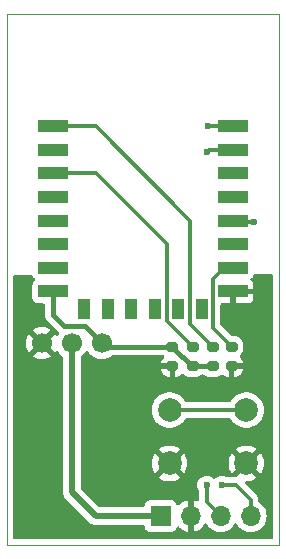
<source format=gbr>
%TF.GenerationSoftware,KiCad,Pcbnew,8.0.6*%
%TF.CreationDate,2024-10-25T11:33:00+01:00*%
%TF.ProjectId,ac-freedom_to-esphome,61632d66-7265-4656-946f-6d5f746f2d65,rev?*%
%TF.SameCoordinates,Original*%
%TF.FileFunction,Copper,L1,Top*%
%TF.FilePolarity,Positive*%
%FSLAX46Y46*%
G04 Gerber Fmt 4.6, Leading zero omitted, Abs format (unit mm)*
G04 Created by KiCad (PCBNEW 8.0.6) date 2024-10-25 11:33:00*
%MOMM*%
%LPD*%
G01*
G04 APERTURE LIST*
G04 Aperture macros list*
%AMRoundRect*
0 Rectangle with rounded corners*
0 $1 Rounding radius*
0 $2 $3 $4 $5 $6 $7 $8 $9 X,Y pos of 4 corners*
0 Add a 4 corners polygon primitive as box body*
4,1,4,$2,$3,$4,$5,$6,$7,$8,$9,$2,$3,0*
0 Add four circle primitives for the rounded corners*
1,1,$1+$1,$2,$3*
1,1,$1+$1,$4,$5*
1,1,$1+$1,$6,$7*
1,1,$1+$1,$8,$9*
0 Add four rect primitives between the rounded corners*
20,1,$1+$1,$2,$3,$4,$5,0*
20,1,$1+$1,$4,$5,$6,$7,0*
20,1,$1+$1,$6,$7,$8,$9,0*
20,1,$1+$1,$8,$9,$2,$3,0*%
G04 Aperture macros list end*
%TA.AperFunction,ComponentPad*%
%ADD10R,1.700000X1.700000*%
%TD*%
%TA.AperFunction,ComponentPad*%
%ADD11O,1.700000X1.700000*%
%TD*%
%TA.AperFunction,ComponentPad*%
%ADD12C,1.700000*%
%TD*%
%TA.AperFunction,SMDPad,CuDef*%
%ADD13RoundRect,0.200000X0.275000X-0.200000X0.275000X0.200000X-0.275000X0.200000X-0.275000X-0.200000X0*%
%TD*%
%TA.AperFunction,SMDPad,CuDef*%
%ADD14R,2.500000X1.000000*%
%TD*%
%TA.AperFunction,SMDPad,CuDef*%
%ADD15R,1.000000X1.800000*%
%TD*%
%TA.AperFunction,SMDPad,CuDef*%
%ADD16RoundRect,0.200000X-0.275000X0.200000X-0.275000X-0.200000X0.275000X-0.200000X0.275000X0.200000X0*%
%TD*%
%TA.AperFunction,ComponentPad*%
%ADD17C,2.000000*%
%TD*%
%TA.AperFunction,ViaPad*%
%ADD18C,0.600000*%
%TD*%
%TA.AperFunction,Conductor*%
%ADD19C,0.400000*%
%TD*%
%TA.AperFunction,Conductor*%
%ADD20C,0.500000*%
%TD*%
%TA.AperFunction,Conductor*%
%ADD21C,0.300000*%
%TD*%
%TA.AperFunction,Profile*%
%ADD22C,0.050000*%
%TD*%
G04 APERTURE END LIST*
D10*
%TO.P,J2,1,Pin_1*%
%TO.N,VDD*%
X13000000Y2500000D03*
D11*
%TO.P,J2,2,Pin_2*%
%TO.N,GND*%
X15540000Y2500000D03*
%TO.P,J2,3,Pin_3*%
%TO.N,/UART_RX*%
X18080000Y2500000D03*
%TO.P,J2,4,Pin_4*%
%TO.N,/UART_TX*%
X20620000Y2500000D03*
%TD*%
D12*
%TO.P,J1,1,Pin_1*%
%TO.N,VCC*%
X8011400Y17120000D03*
%TO.P,J1,2,Pin_2*%
%TO.N,VDD*%
X5471400Y17120000D03*
%TO.P,J1,3,Pin_3*%
%TO.N,GND*%
X2931400Y17120000D03*
%TD*%
D13*
%TO.P,R2,1*%
%TO.N,VCC*%
X15700000Y15175000D03*
%TO.P,R2,2*%
%TO.N,Net-(U1-EN)*%
X15700000Y16825000D03*
%TD*%
D14*
%TO.P,U1,1,~{RST}*%
%TO.N,Net-(U1-~{RST})*%
X3900000Y35500000D03*
%TO.P,U1,2,ADC*%
%TO.N,unconnected-(U1-ADC-Pad2)*%
X3900000Y33500000D03*
%TO.P,U1,3,EN*%
%TO.N,Net-(U1-EN)*%
X3900000Y31500000D03*
%TO.P,U1,4,GPIO16*%
%TO.N,unconnected-(U1-GPIO16-Pad4)*%
X3900000Y29500000D03*
%TO.P,U1,5,GPIO14*%
%TO.N,unconnected-(U1-GPIO14-Pad5)*%
X3900000Y27500000D03*
%TO.P,U1,6,GPIO12*%
%TO.N,unconnected-(U1-GPIO12-Pad6)*%
X3900000Y25500000D03*
%TO.P,U1,7,GPIO13*%
%TO.N,unconnected-(U1-GPIO13-Pad7)*%
X3900000Y23500000D03*
%TO.P,U1,8,VCC*%
%TO.N,VCC*%
X3900000Y21500000D03*
D15*
%TO.P,U1,9,CS0*%
%TO.N,unconnected-(U1-CS0-Pad9)*%
X6500000Y20000000D03*
%TO.P,U1,10,MISO*%
%TO.N,unconnected-(U1-MISO-Pad10)*%
X8500000Y20000000D03*
%TO.P,U1,11,GPIO9*%
%TO.N,unconnected-(U1-GPIO9-Pad11)*%
X10500000Y20000000D03*
%TO.P,U1,12,GPIO10*%
%TO.N,unconnected-(U1-GPIO10-Pad12)*%
X12500000Y20000000D03*
%TO.P,U1,13,MOSI*%
%TO.N,unconnected-(U1-MOSI-Pad13)*%
X14500000Y20000000D03*
%TO.P,U1,14,SCLK*%
%TO.N,unconnected-(U1-SCLK-Pad14)*%
X16500000Y20000000D03*
D14*
%TO.P,U1,15,GND*%
%TO.N,GND*%
X19100000Y21500000D03*
%TO.P,U1,16,GPIO15*%
%TO.N,Net-(U1-GPIO15)*%
X19100000Y23500000D03*
%TO.P,U1,17,GPIO2*%
%TO.N,unconnected-(U1-GPIO2-Pad17)*%
X19100000Y25500000D03*
%TO.P,U1,18,GPIO0*%
%TO.N,Net-(U1-GPIO0)*%
X19100000Y27500000D03*
%TO.P,U1,19,GPIO4*%
%TO.N,unconnected-(U1-GPIO4-Pad19)*%
X19100000Y29500000D03*
%TO.P,U1,20,GPIO5*%
%TO.N,unconnected-(U1-GPIO5-Pad20)*%
X19100000Y31500000D03*
%TO.P,U1,21,GPIO3/RXD*%
%TO.N,/UART_RX*%
X19100000Y33500000D03*
%TO.P,U1,22,GPIO1/TXD*%
%TO.N,/UART_TX*%
X19100000Y35500000D03*
%TD*%
D13*
%TO.P,R1,1*%
%TO.N,VCC*%
X17400000Y15175000D03*
%TO.P,R1,2*%
%TO.N,Net-(U1-~{RST})*%
X17400000Y16825000D03*
%TD*%
D16*
%TO.P,R4,1*%
%TO.N,VCC*%
X14000000Y16825000D03*
%TO.P,R4,2*%
%TO.N,GND*%
X14000000Y15175000D03*
%TD*%
%TO.P,R3,1*%
%TO.N,Net-(U1-GPIO15)*%
X19000000Y16825000D03*
%TO.P,R3,2*%
%TO.N,GND*%
X19000000Y15175000D03*
%TD*%
D17*
%TO.P,SW1,1,1*%
%TO.N,Net-(U1-GPIO0)*%
X13750000Y11450000D03*
X20250000Y11450000D03*
%TO.P,SW1,2,2*%
%TO.N,GND*%
X13750000Y6950000D03*
X20250000Y6950000D03*
%TD*%
D18*
%TO.N,/UART_RX*%
X16900000Y33300000D03*
X16900000Y5100000D03*
%TO.N,/UART_TX*%
X18200000Y5100000D03*
X17000000Y35500000D03*
%TO.N,Net-(U1-GPIO0)*%
X20900000Y27400000D03*
%TD*%
D19*
%TO.N,VCC*%
X13170000Y16820000D02*
X8311400Y16820000D01*
X15650000Y15175000D02*
X14000000Y16825000D01*
X17400000Y15175000D02*
X15700000Y15175000D01*
X13175000Y16825000D02*
X13170000Y16820000D01*
X3900000Y19500000D02*
X3900000Y21500000D01*
X4850000Y18550000D02*
X3900000Y19500000D01*
X6581400Y18550000D02*
X4850000Y18550000D01*
X15700000Y15175000D02*
X15650000Y15175000D01*
X14000000Y16825000D02*
X13175000Y16825000D01*
X8311400Y16820000D02*
X6581400Y18550000D01*
D20*
%TO.N,VDD*%
X5471400Y17011400D02*
X5560000Y17100000D01*
X7500000Y2500000D02*
X5471400Y4528600D01*
X5471400Y4528600D02*
X5471400Y17011400D01*
X13000000Y2500000D02*
X7500000Y2500000D01*
D21*
%TO.N,/UART_RX*%
X16900000Y33300000D02*
X17100000Y33500000D01*
X17100000Y33500000D02*
X19100000Y33500000D01*
X16900000Y3680000D02*
X18080000Y2500000D01*
X16900000Y5100000D02*
X16900000Y3680000D01*
%TO.N,/UART_TX*%
X17000000Y35500000D02*
X19100000Y35500000D01*
X19400000Y5100000D02*
X20620000Y3880000D01*
X18200000Y5100000D02*
X19400000Y5100000D01*
X20620000Y3880000D02*
X20620000Y2500000D01*
%TO.N,Net-(U1-~{RST})*%
X15500000Y27500000D02*
X7500000Y35500000D01*
X7500000Y35500000D02*
X3900000Y35500000D01*
X17400000Y16825000D02*
X15500000Y18725000D01*
X15500000Y18725000D02*
X15500000Y27500000D01*
%TO.N,Net-(U1-EN)*%
X7500000Y31500000D02*
X3900000Y31500000D01*
X15700000Y16825000D02*
X13500000Y19025000D01*
X13500000Y19025000D02*
X13500000Y25500000D01*
X13500000Y25500000D02*
X7500000Y31500000D01*
%TO.N,Net-(U1-GPIO15)*%
X19000000Y16825000D02*
X17400000Y18425000D01*
X18350000Y23500000D02*
X19100000Y23500000D01*
X17400000Y18425000D02*
X17400000Y22550000D01*
X17400000Y22550000D02*
X18350000Y23500000D01*
%TO.N,Net-(U1-GPIO0)*%
X19200000Y27400000D02*
X19100000Y27500000D01*
X20900000Y27400000D02*
X19200000Y27400000D01*
X13750000Y11450000D02*
X20250000Y11450000D01*
%TD*%
%TA.AperFunction,Conductor*%
%TO.N,GND*%
G36*
X22442085Y22977888D02*
G01*
X22488069Y22925283D01*
X22499500Y22873282D01*
X22499500Y624500D01*
X22479815Y557461D01*
X22427011Y511706D01*
X22375500Y500500D01*
X624500Y500500D01*
X557461Y520185D01*
X511706Y572989D01*
X500500Y624500D01*
X500500Y22778713D01*
X520185Y22845752D01*
X572989Y22891507D01*
X623961Y22902712D01*
X2063138Y22908969D01*
X2130262Y22889576D01*
X2176246Y22836971D01*
X2179859Y22828303D01*
X2206202Y22757671D01*
X2206206Y22757664D01*
X2292452Y22642455D01*
X2350145Y22599266D01*
X2392015Y22543332D01*
X2396999Y22473640D01*
X2363513Y22412317D01*
X2350145Y22400734D01*
X2350144Y22400733D01*
X2292454Y22357546D01*
X2292453Y22357544D01*
X2292452Y22357544D01*
X2206206Y22242335D01*
X2206202Y22242328D01*
X2155908Y22107482D01*
X2149501Y22047883D01*
X2149501Y22047876D01*
X2149500Y22047864D01*
X2149500Y20952129D01*
X2149501Y20952123D01*
X2155908Y20892516D01*
X2206202Y20757671D01*
X2206206Y20757664D01*
X2292452Y20642455D01*
X2292455Y20642452D01*
X2407664Y20556206D01*
X2407671Y20556202D01*
X2542517Y20505908D01*
X2542516Y20505908D01*
X2602116Y20499501D01*
X2602119Y20499500D01*
X2602127Y20499500D01*
X3075500Y20499500D01*
X3142539Y20479815D01*
X3188294Y20427011D01*
X3199500Y20375500D01*
X3199500Y19431003D01*
X3199499Y19431003D01*
X3226418Y19295677D01*
X3226421Y19295667D01*
X3279222Y19168192D01*
X3355887Y19053454D01*
X3355888Y19053453D01*
X4353169Y18056173D01*
X4386654Y17994850D01*
X4381670Y17925158D01*
X4367063Y17897369D01*
X4302669Y17805404D01*
X4248092Y17761779D01*
X4178594Y17754585D01*
X4116239Y17786108D01*
X4099519Y17805404D01*
X4046325Y17881373D01*
X3414362Y17249410D01*
X3397325Y17312993D01*
X3331499Y17427007D01*
X3238407Y17520099D01*
X3124393Y17585925D01*
X3060809Y17602962D01*
X3692773Y18234925D01*
X3692773Y18234926D01*
X3608982Y18293598D01*
X3608978Y18293600D01*
X3394892Y18393429D01*
X3394883Y18393433D01*
X3166726Y18454567D01*
X3166715Y18454569D01*
X2931402Y18475157D01*
X2931398Y18475157D01*
X2696084Y18454569D01*
X2696073Y18454567D01*
X2467916Y18393433D01*
X2467907Y18393429D01*
X2253823Y18293600D01*
X2253821Y18293599D01*
X2170026Y18234925D01*
X2170025Y18234925D01*
X2801990Y17602962D01*
X2738407Y17585925D01*
X2624393Y17520099D01*
X2531301Y17427007D01*
X2465475Y17312993D01*
X2448437Y17249409D01*
X1816474Y17881373D01*
X1816473Y17881372D01*
X1757800Y17797578D01*
X1757799Y17797576D01*
X1657970Y17583492D01*
X1657966Y17583483D01*
X1596832Y17355326D01*
X1596830Y17355315D01*
X1576243Y17120001D01*
X1576243Y17119998D01*
X1596830Y16884684D01*
X1596832Y16884673D01*
X1657966Y16656516D01*
X1657970Y16656507D01*
X1757802Y16442417D01*
X1816472Y16358626D01*
X1816473Y16358625D01*
X2448437Y16990589D01*
X2465475Y16927007D01*
X2531301Y16812993D01*
X2624393Y16719901D01*
X2738407Y16654075D01*
X2801990Y16637037D01*
X2170025Y16005073D01*
X2170026Y16005072D01*
X2253817Y15946402D01*
X2467907Y15846570D01*
X2467916Y15846566D01*
X2696073Y15785432D01*
X2696084Y15785430D01*
X2931398Y15764843D01*
X2931402Y15764843D01*
X3166715Y15785430D01*
X3166726Y15785432D01*
X3394883Y15846566D01*
X3394892Y15846570D01*
X3608979Y15946400D01*
X3608983Y15946402D01*
X3692773Y16005072D01*
X3692773Y16005073D01*
X3060810Y16637037D01*
X3124393Y16654075D01*
X3238407Y16719901D01*
X3331499Y16812993D01*
X3397325Y16927007D01*
X3414362Y16990589D01*
X4046325Y16358625D01*
X4099519Y16434594D01*
X4154096Y16478218D01*
X4223595Y16485411D01*
X4285949Y16453889D01*
X4302669Y16434594D01*
X4432905Y16248599D01*
X4432906Y16248597D01*
X4599996Y16081507D01*
X4668025Y16033872D01*
X4711649Y15979294D01*
X4720900Y15932298D01*
X4720900Y4454679D01*
X4720899Y4454679D01*
X4749740Y4309692D01*
X4749742Y4309686D01*
X4806314Y4173108D01*
X4806321Y4173096D01*
X4839212Y4123870D01*
X4888444Y4050188D01*
X4888450Y4050180D01*
X6917049Y2021584D01*
X7021584Y1917049D01*
X7021586Y1917047D01*
X7021588Y1917045D01*
X7144494Y1834922D01*
X7144509Y1834914D01*
X7175277Y1822170D01*
X7281089Y1778340D01*
X7281093Y1778339D01*
X7397243Y1755235D01*
X7397242Y1755234D01*
X7426076Y1749500D01*
X7426082Y1749500D01*
X7426083Y1749500D01*
X7573918Y1749500D01*
X11525501Y1749500D01*
X11592540Y1729815D01*
X11638295Y1677011D01*
X11649501Y1625500D01*
X11649501Y1602123D01*
X11655908Y1542516D01*
X11706202Y1407671D01*
X11706206Y1407664D01*
X11792452Y1292455D01*
X11792455Y1292452D01*
X11907664Y1206206D01*
X11907671Y1206202D01*
X12042517Y1155908D01*
X12042516Y1155908D01*
X12102116Y1149501D01*
X12102119Y1149500D01*
X12102127Y1149500D01*
X12102134Y1149500D01*
X12102135Y1149500D01*
X13897870Y1149500D01*
X13897876Y1149501D01*
X13957483Y1155908D01*
X14092328Y1206202D01*
X14092335Y1206206D01*
X14207544Y1292452D01*
X14207547Y1292455D01*
X14293793Y1407664D01*
X14293797Y1407671D01*
X14343002Y1539598D01*
X14384873Y1595531D01*
X14450337Y1619949D01*
X14518610Y1605098D01*
X14546865Y1583947D01*
X14668921Y1461891D01*
X14862421Y1326399D01*
X15076507Y1226570D01*
X15076513Y1226567D01*
X15289999Y1169364D01*
X15290000Y1169364D01*
X15290000Y2066988D01*
X15347007Y2034075D01*
X15474174Y2000000D01*
X15605826Y2000000D01*
X15732993Y2034075D01*
X15790000Y2066988D01*
X15790000Y1169364D01*
X16003486Y1226567D01*
X16003492Y1226570D01*
X16217578Y1326399D01*
X16411082Y1461894D01*
X16578105Y1628917D01*
X16708119Y1814594D01*
X16762697Y1858219D01*
X16832195Y1865411D01*
X16894550Y1833889D01*
X16911269Y1814594D01*
X17041505Y1628599D01*
X17041506Y1628597D01*
X17208597Y1461506D01*
X17208604Y1461501D01*
X17402165Y1325967D01*
X17402169Y1325965D01*
X17616335Y1226098D01*
X17616344Y1226094D01*
X17844586Y1164938D01*
X17844596Y1164936D01*
X18079999Y1144341D01*
X18080000Y1144341D01*
X18080001Y1144341D01*
X18315403Y1164936D01*
X18315413Y1164938D01*
X18543655Y1226094D01*
X18543659Y1226096D01*
X18543663Y1226097D01*
X18757830Y1325965D01*
X18757834Y1325967D01*
X18951395Y1461501D01*
X18951402Y1461506D01*
X19118493Y1628597D01*
X19118495Y1628599D01*
X19248425Y1814158D01*
X19303002Y1857782D01*
X19372501Y1864975D01*
X19434855Y1833453D01*
X19451575Y1814158D01*
X19581505Y1628599D01*
X19581506Y1628597D01*
X19748597Y1461506D01*
X19748604Y1461501D01*
X19942165Y1325967D01*
X19942169Y1325965D01*
X20156335Y1226098D01*
X20156344Y1226094D01*
X20384586Y1164938D01*
X20384596Y1164936D01*
X20619999Y1144341D01*
X20620000Y1144341D01*
X20620001Y1144341D01*
X20855403Y1164936D01*
X20855413Y1164938D01*
X21083655Y1226094D01*
X21083659Y1226096D01*
X21083663Y1226097D01*
X21297830Y1325965D01*
X21297834Y1325967D01*
X21491395Y1461501D01*
X21491402Y1461506D01*
X21658493Y1628597D01*
X21658495Y1628599D01*
X21794035Y1822170D01*
X21893903Y2036337D01*
X21955063Y2264592D01*
X21975659Y2500000D01*
X21955063Y2735408D01*
X21893903Y2963663D01*
X21794035Y3177829D01*
X21658495Y3371401D01*
X21491401Y3538495D01*
X21323377Y3656147D01*
X21279752Y3710724D01*
X21270500Y3757722D01*
X21270500Y3944071D01*
X21245502Y4069739D01*
X21245501Y4069739D01*
X21245501Y4069744D01*
X21225189Y4118779D01*
X21196466Y4188126D01*
X21125277Y4294669D01*
X20181624Y5238321D01*
X20148141Y5299642D01*
X20153125Y5369333D01*
X20194996Y5425267D01*
X20260461Y5449684D01*
X20269307Y5450000D01*
X20374293Y5450000D01*
X20619493Y5490916D01*
X20854603Y5571630D01*
X20854614Y5571635D01*
X21073229Y5689943D01*
X21120056Y5726389D01*
X21120057Y5726390D01*
X20420235Y6426212D01*
X20462292Y6437482D01*
X20587708Y6509890D01*
X20690110Y6612292D01*
X20762518Y6737708D01*
X20773787Y6779764D01*
X21473434Y6080116D01*
X21573731Y6233630D01*
X21673587Y6461282D01*
X21734612Y6702261D01*
X21734614Y6702270D01*
X21755141Y6949994D01*
X21755141Y6950005D01*
X21734614Y7197729D01*
X21734612Y7197738D01*
X21673587Y7438717D01*
X21573731Y7666369D01*
X21473434Y7819882D01*
X20773787Y7120235D01*
X20762518Y7162292D01*
X20690110Y7287708D01*
X20587708Y7390110D01*
X20462292Y7462518D01*
X20420234Y7473787D01*
X21120056Y8173609D01*
X21073231Y8210055D01*
X21073228Y8210057D01*
X20854614Y8328364D01*
X20854603Y8328369D01*
X20619493Y8409083D01*
X20374293Y8450000D01*
X20125707Y8450000D01*
X19880506Y8409083D01*
X19645396Y8328369D01*
X19645385Y8328364D01*
X19426770Y8210056D01*
X19426768Y8210055D01*
X19379942Y8173609D01*
X20079765Y7473787D01*
X20037708Y7462518D01*
X19912292Y7390110D01*
X19809890Y7287708D01*
X19737482Y7162292D01*
X19726212Y7120234D01*
X19026564Y7819882D01*
X18926266Y7666364D01*
X18826412Y7438717D01*
X18765387Y7197738D01*
X18765385Y7197729D01*
X18744859Y6950005D01*
X18744859Y6949994D01*
X18765385Y6702270D01*
X18765387Y6702261D01*
X18826412Y6461282D01*
X18926267Y6233632D01*
X19026564Y6080116D01*
X19726212Y6779764D01*
X19737482Y6737708D01*
X19809890Y6612292D01*
X19912292Y6509890D01*
X20037708Y6437482D01*
X20079765Y6426212D01*
X19440372Y5786819D01*
X19379049Y5753334D01*
X19352691Y5750500D01*
X18705068Y5750500D01*
X18639096Y5769506D01*
X18611542Y5786819D01*
X18549522Y5825789D01*
X18469377Y5853832D01*
X18379262Y5885366D01*
X18379258Y5885366D01*
X18379255Y5885368D01*
X18379251Y5885368D01*
X18379249Y5885369D01*
X18200004Y5905565D01*
X18199996Y5905565D01*
X18020750Y5885369D01*
X18020745Y5885368D01*
X17850478Y5825789D01*
X17697738Y5729816D01*
X17697737Y5729815D01*
X17637681Y5669759D01*
X17576358Y5636274D01*
X17506666Y5641258D01*
X17462319Y5669759D01*
X17442129Y5689949D01*
X17402262Y5729816D01*
X17249522Y5825789D01*
X17079255Y5885368D01*
X17079252Y5885368D01*
X17079249Y5885369D01*
X16900004Y5905565D01*
X16899996Y5905565D01*
X16720750Y5885369D01*
X16720745Y5885368D01*
X16550478Y5825789D01*
X16397738Y5729816D01*
X16397737Y5729815D01*
X16270184Y5602262D01*
X16174211Y5449523D01*
X16114631Y5279254D01*
X16114630Y5279249D01*
X16094435Y5100003D01*
X16094435Y5099996D01*
X16114630Y4920750D01*
X16114633Y4920737D01*
X16174209Y4750481D01*
X16174211Y4750477D01*
X16230494Y4660903D01*
X16249500Y4594931D01*
X16249500Y3853356D01*
X16229815Y3786317D01*
X16177011Y3740562D01*
X16107853Y3730618D01*
X16073095Y3740974D01*
X16003492Y3773429D01*
X16003483Y3773433D01*
X15790000Y3830633D01*
X15790000Y2933012D01*
X15732993Y2965925D01*
X15605826Y3000000D01*
X15474174Y3000000D01*
X15347007Y2965925D01*
X15290000Y2933012D01*
X15290000Y3830634D01*
X15076516Y3773433D01*
X15076507Y3773429D01*
X14862422Y3673600D01*
X14862420Y3673599D01*
X14668926Y3538113D01*
X14668920Y3538108D01*
X14546865Y3416053D01*
X14485542Y3382568D01*
X14415850Y3387552D01*
X14359917Y3429424D01*
X14343002Y3460402D01*
X14313875Y3538495D01*
X14293796Y3592331D01*
X14207546Y3707546D01*
X14092331Y3793796D01*
X13957483Y3844091D01*
X13897873Y3850500D01*
X12102128Y3850499D01*
X12053757Y3845299D01*
X12042516Y3844091D01*
X11907671Y3793797D01*
X11907664Y3793793D01*
X11792455Y3707547D01*
X11792452Y3707544D01*
X11706206Y3592335D01*
X11706202Y3592328D01*
X11655908Y3457482D01*
X11649501Y3397883D01*
X11649500Y3397864D01*
X11649500Y3374500D01*
X11629815Y3307461D01*
X11577011Y3261706D01*
X11525500Y3250500D01*
X7862229Y3250500D01*
X7795190Y3270185D01*
X7774548Y3286819D01*
X6258219Y4803148D01*
X6224734Y4864471D01*
X6221900Y4890829D01*
X6221900Y6950005D01*
X12244859Y6950005D01*
X12244859Y6949994D01*
X12265385Y6702270D01*
X12265387Y6702261D01*
X12326412Y6461282D01*
X12426267Y6233632D01*
X12526564Y6080116D01*
X13226212Y6779764D01*
X13237482Y6737708D01*
X13309890Y6612292D01*
X13412292Y6509890D01*
X13537708Y6437482D01*
X13579765Y6426212D01*
X12879942Y5726390D01*
X12879942Y5726388D01*
X12926761Y5689949D01*
X13145390Y5571632D01*
X13145396Y5571630D01*
X13380506Y5490916D01*
X13625707Y5450000D01*
X13874293Y5450000D01*
X14119493Y5490916D01*
X14354603Y5571630D01*
X14354614Y5571635D01*
X14573229Y5689943D01*
X14620056Y5726389D01*
X14620057Y5726390D01*
X13920235Y6426212D01*
X13962292Y6437482D01*
X14087708Y6509890D01*
X14190110Y6612292D01*
X14262518Y6737708D01*
X14273787Y6779764D01*
X14973434Y6080116D01*
X15073731Y6233630D01*
X15173587Y6461282D01*
X15234612Y6702261D01*
X15234614Y6702270D01*
X15255141Y6949994D01*
X15255141Y6950005D01*
X15234614Y7197729D01*
X15234612Y7197738D01*
X15173587Y7438717D01*
X15073731Y7666369D01*
X14973434Y7819882D01*
X14273787Y7120235D01*
X14262518Y7162292D01*
X14190110Y7287708D01*
X14087708Y7390110D01*
X13962292Y7462518D01*
X13920234Y7473787D01*
X14620056Y8173609D01*
X14573231Y8210055D01*
X14573228Y8210057D01*
X14354614Y8328364D01*
X14354603Y8328369D01*
X14119493Y8409083D01*
X13874293Y8450000D01*
X13625707Y8450000D01*
X13380506Y8409083D01*
X13145396Y8328369D01*
X13145385Y8328364D01*
X12926770Y8210056D01*
X12926768Y8210055D01*
X12879942Y8173609D01*
X13579765Y7473787D01*
X13537708Y7462518D01*
X13412292Y7390110D01*
X13309890Y7287708D01*
X13237482Y7162292D01*
X13226212Y7120234D01*
X12526564Y7819882D01*
X12426266Y7666364D01*
X12326412Y7438717D01*
X12265387Y7197738D01*
X12265385Y7197729D01*
X12244859Y6950005D01*
X6221900Y6950005D01*
X6221900Y11450005D01*
X12244357Y11450005D01*
X12244357Y11449994D01*
X12264890Y11202187D01*
X12264892Y11202175D01*
X12325936Y10961118D01*
X12425826Y10733393D01*
X12561833Y10525217D01*
X12730257Y10342261D01*
X12926493Y10189524D01*
X13145188Y10071172D01*
X13145197Y10071169D01*
X13380383Y9990429D01*
X13625665Y9949500D01*
X13874335Y9949500D01*
X14119616Y9990429D01*
X14354802Y10071169D01*
X14354811Y10071172D01*
X14573506Y10189524D01*
X14573509Y10189526D01*
X14769744Y10342262D01*
X14938164Y10525215D01*
X14938166Y10525217D01*
X15074173Y10733393D01*
X15074786Y10734525D01*
X15075157Y10734898D01*
X15076978Y10737686D01*
X15077551Y10737311D01*
X15124009Y10784112D01*
X15183837Y10799500D01*
X18816163Y10799500D01*
X18883202Y10779815D01*
X18922561Y10737384D01*
X18923022Y10737686D01*
X18924785Y10734987D01*
X18925214Y10734525D01*
X18925826Y10733393D01*
X19061833Y10525217D01*
X19230257Y10342261D01*
X19426493Y10189524D01*
X19645188Y10071172D01*
X19645197Y10071169D01*
X19880383Y9990429D01*
X20125665Y9949500D01*
X20374335Y9949500D01*
X20619616Y9990429D01*
X20854802Y10071169D01*
X20854811Y10071172D01*
X21073506Y10189524D01*
X21073509Y10189526D01*
X21269744Y10342262D01*
X21438164Y10525215D01*
X21438166Y10525217D01*
X21574173Y10733393D01*
X21674063Y10961118D01*
X21735107Y11202175D01*
X21735109Y11202187D01*
X21755643Y11449994D01*
X21755643Y11450005D01*
X21735109Y11697812D01*
X21735108Y11697815D01*
X21735108Y11697821D01*
X21674063Y11938881D01*
X21574173Y12166607D01*
X21438164Y12374785D01*
X21269744Y12557738D01*
X21073509Y12710474D01*
X20854810Y12828828D01*
X20619614Y12909571D01*
X20374335Y12950500D01*
X20125665Y12950500D01*
X19880386Y12909571D01*
X19645190Y12828828D01*
X19426491Y12710474D01*
X19230256Y12557738D01*
X19094245Y12409991D01*
X19061833Y12374782D01*
X18925826Y12166606D01*
X18925214Y12165475D01*
X18924842Y12165101D01*
X18923022Y12162314D01*
X18922448Y12162688D01*
X18875991Y12115888D01*
X18816163Y12100500D01*
X15183837Y12100500D01*
X15116798Y12120185D01*
X15077438Y12162615D01*
X15076978Y12162314D01*
X15075214Y12165012D01*
X15074786Y12165475D01*
X15074173Y12166606D01*
X15074173Y12166607D01*
X14938164Y12374785D01*
X14769744Y12557738D01*
X14573509Y12710474D01*
X14354810Y12828828D01*
X14119614Y12909571D01*
X13874335Y12950500D01*
X13625665Y12950500D01*
X13380386Y12909571D01*
X13145190Y12828828D01*
X12926491Y12710474D01*
X12730256Y12557738D01*
X12594245Y12409991D01*
X12561833Y12374782D01*
X12425826Y12166606D01*
X12325936Y11938881D01*
X12264892Y11697824D01*
X12264890Y11697812D01*
X12244357Y11450005D01*
X6221900Y11450005D01*
X6221900Y14918417D01*
X13025001Y14918417D01*
X13031408Y14847897D01*
X13031409Y14847892D01*
X13081981Y14685603D01*
X13169927Y14540122D01*
X13290122Y14419927D01*
X13435604Y14331980D01*
X13435603Y14331980D01*
X13597894Y14281409D01*
X13597893Y14281409D01*
X13668428Y14275000D01*
X13750000Y14275000D01*
X13750000Y14925000D01*
X13025001Y14925000D01*
X13025001Y14918417D01*
X6221900Y14918417D01*
X6221900Y15932298D01*
X6241585Y15999337D01*
X6274775Y16033872D01*
X6325696Y16069528D01*
X6342801Y16081505D01*
X6509895Y16248599D01*
X6639825Y16434158D01*
X6694402Y16477782D01*
X6763901Y16484975D01*
X6826255Y16453453D01*
X6842975Y16434158D01*
X6972905Y16248599D01*
X6972906Y16248597D01*
X7139997Y16081506D01*
X7140004Y16081501D01*
X7333565Y15945967D01*
X7333569Y15945965D01*
X7547735Y15846098D01*
X7547744Y15846094D01*
X7775986Y15784938D01*
X7775996Y15784936D01*
X8011399Y15764341D01*
X8011400Y15764341D01*
X8011401Y15764341D01*
X8246803Y15784936D01*
X8246813Y15784938D01*
X8475055Y15846094D01*
X8475059Y15846096D01*
X8475063Y15846097D01*
X8689230Y15945965D01*
X8689234Y15945967D01*
X8882795Y16081501D01*
X8882802Y16081506D01*
X8884477Y16083181D01*
X8885395Y16083682D01*
X8886944Y16084982D01*
X8887205Y16084670D01*
X8945800Y16116666D01*
X8972158Y16119500D01*
X13180188Y16119500D01*
X13247227Y16099815D01*
X13292982Y16047011D01*
X13302926Y15977853D01*
X13273901Y15914297D01*
X13267869Y15907819D01*
X13169927Y15809877D01*
X13081980Y15664395D01*
X13031409Y15502106D01*
X13025000Y15431572D01*
X13025000Y15425000D01*
X14126000Y15425000D01*
X14193039Y15405315D01*
X14238794Y15352511D01*
X14250000Y15301000D01*
X14250000Y14274999D01*
X14331582Y14275000D01*
X14331583Y14275001D01*
X14402102Y14281408D01*
X14402107Y14281409D01*
X14564396Y14331981D01*
X14709877Y14419927D01*
X14761965Y14472015D01*
X14823288Y14505500D01*
X14892980Y14500516D01*
X14937327Y14472015D01*
X14989810Y14419531D01*
X14989811Y14419530D01*
X15135393Y14331522D01*
X15297807Y14280913D01*
X15349145Y14276248D01*
X15368384Y14274500D01*
X15368387Y14274500D01*
X16031613Y14274500D01*
X16031616Y14274500D01*
X16052778Y14276423D01*
X16102192Y14280913D01*
X16102194Y14280913D01*
X16102196Y14280914D01*
X16264606Y14331522D01*
X16410185Y14419528D01*
X16410188Y14419530D01*
X16428839Y14438181D01*
X16490162Y14471666D01*
X16516520Y14474500D01*
X16583480Y14474500D01*
X16650519Y14454815D01*
X16671161Y14438181D01*
X16689810Y14419531D01*
X16689811Y14419530D01*
X16835393Y14331522D01*
X16997807Y14280913D01*
X17049145Y14276248D01*
X17068384Y14274500D01*
X17068387Y14274500D01*
X17731613Y14274500D01*
X17731616Y14274500D01*
X17737107Y14274999D01*
X19250000Y14274999D01*
X19331582Y14275000D01*
X19331583Y14275001D01*
X19402102Y14281408D01*
X19402107Y14281409D01*
X19564396Y14331981D01*
X19709877Y14419927D01*
X19830072Y14540122D01*
X19918019Y14685604D01*
X19968590Y14847893D01*
X19975000Y14918427D01*
X19975000Y14925000D01*
X19250000Y14925000D01*
X19250000Y14274999D01*
X17737107Y14274999D01*
X17752778Y14276423D01*
X17802192Y14280913D01*
X17802194Y14280913D01*
X17802196Y14280914D01*
X17964606Y14331522D01*
X18110185Y14419528D01*
X18112668Y14422011D01*
X18114935Y14423249D01*
X18116094Y14424157D01*
X18116244Y14423964D01*
X18173987Y14455499D01*
X18243679Y14450519D01*
X18284173Y14424498D01*
X18284217Y14424554D01*
X18284814Y14424086D01*
X18288028Y14422021D01*
X18290122Y14419927D01*
X18435604Y14331980D01*
X18435603Y14331980D01*
X18597894Y14281409D01*
X18597893Y14281409D01*
X18668428Y14275000D01*
X18750000Y14275000D01*
X18750000Y15301000D01*
X18769685Y15368039D01*
X18822489Y15413794D01*
X18874000Y15425000D01*
X19974999Y15425000D01*
X19974999Y15431582D01*
X19968591Y15502102D01*
X19968590Y15502107D01*
X19918018Y15664396D01*
X19830072Y15809877D01*
X19830071Y15809878D01*
X19727985Y15911963D01*
X19694499Y15973286D01*
X19699483Y16042977D01*
X19727984Y16087326D01*
X19830469Y16189811D01*
X19830470Y16189813D01*
X19830472Y16189815D01*
X19918478Y16335394D01*
X19969086Y16497804D01*
X19975500Y16568384D01*
X19975500Y17081616D01*
X19969086Y17152196D01*
X19918478Y17314606D01*
X19830472Y17460185D01*
X19710185Y17580472D01*
X19564606Y17668478D01*
X19402196Y17719086D01*
X19331616Y17725500D01*
X19331613Y17725500D01*
X19070808Y17725500D01*
X19003769Y17745185D01*
X18983127Y17761819D01*
X18086819Y18658127D01*
X18053334Y18719450D01*
X18050500Y18745808D01*
X18050500Y20376000D01*
X18070185Y20443039D01*
X18122989Y20488794D01*
X18174500Y20500000D01*
X18850000Y20500000D01*
X19350000Y20500000D01*
X20397844Y20500000D01*
X20457372Y20506401D01*
X20457379Y20506403D01*
X20592086Y20556645D01*
X20592093Y20556649D01*
X20707187Y20642809D01*
X20707190Y20642812D01*
X20793350Y20757906D01*
X20793354Y20757913D01*
X20843596Y20892620D01*
X20843598Y20892627D01*
X20849999Y20952155D01*
X20850000Y20952172D01*
X20850000Y21250000D01*
X19350000Y21250000D01*
X19350000Y20500000D01*
X18850000Y20500000D01*
X18850000Y21626000D01*
X18869685Y21693039D01*
X18922489Y21738794D01*
X18974000Y21750000D01*
X20850000Y21750000D01*
X20850000Y22047827D01*
X20849999Y22047844D01*
X20843598Y22107372D01*
X20843596Y22107379D01*
X20793354Y22242086D01*
X20793350Y22242093D01*
X20707190Y22357187D01*
X20707189Y22357188D01*
X20649439Y22400420D01*
X20607567Y22456353D01*
X20602583Y22526045D01*
X20636068Y22587368D01*
X20649437Y22598953D01*
X20707547Y22642455D01*
X20793793Y22757664D01*
X20793797Y22757671D01*
X20844089Y22892511D01*
X20844089Y22892512D01*
X20844091Y22892517D01*
X20844091Y22892521D01*
X20844834Y22895664D01*
X20846083Y22897858D01*
X20846802Y22899785D01*
X20847114Y22899668D01*
X20879406Y22956381D01*
X20941316Y22988768D01*
X20964973Y22991151D01*
X22374961Y22997281D01*
X22442085Y22977888D01*
G37*
%TD.AperFunction*%
%TD*%
D22*
X0Y45000000D02*
X23000000Y45000000D01*
X23000000Y0D01*
X0Y0D01*
X0Y45000000D01*
M02*

</source>
